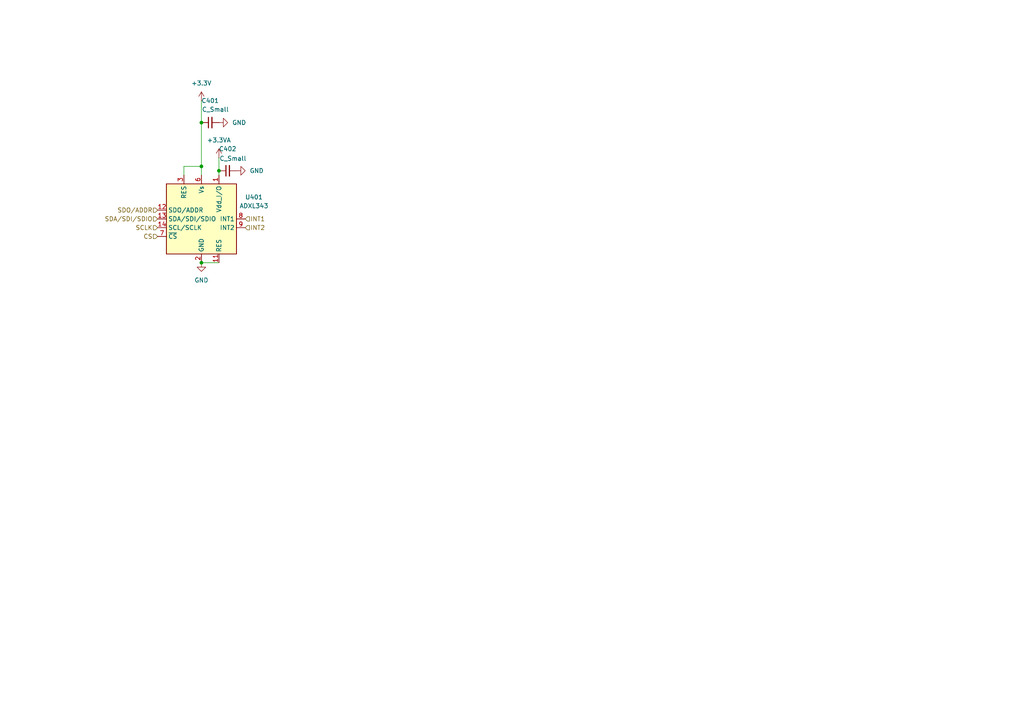
<source format=kicad_sch>
(kicad_sch (version 20231120) (generator "eeschema") (generator_version "8.0")
  (paper "A4")
  (lib_symbols
    (symbol "Device:C_Small" (pin_numbers hide) (pin_names (offset 0.254) hide)
      (property "Reference" "C" (at 0.254 1.778 0))
      (property "Value" "C_Small" (at 0.254 -2.032 0))
      (symbol "C_Small_0_1"
        (polyline (pts (xy -1.524 -0.508) (xy 1.524 -0.508)) (stroke (width 0.3302)))
        (polyline (pts (xy -1.524 0.508) (xy 1.524 0.508)) (stroke (width 0.3048)))
      )
      (symbol "C_Small_1_1"
        (pin passive line (at 0 2.54 270) (length 2.032) (name "~") (number "1"))
        (pin passive line (at 0 -2.54 90) (length 2.032) (name "~") (number "2"))
      )
    )
    (symbol "Sensor_Motion:ADXL343"
      (property "Reference" "U" (at -8.89 11.43 0))
      (property "Value" "ADXL343" (at -7.62 -11.43 0))
      (symbol "ADXL343_0_1"
        (rectangle (start -10.16 10.16) (end 10.16 -10.16) (stroke (width 0.254)) (fill (type background)))
      )
      (symbol "ADXL343_1_1"
        (pin power_in line (at 5.08 12.7 270) (length 2.54) (name "Vdd_I/O") (number "1"))
        (pin no_connect line (at -5.08 -10.16 90) (length 2.54) hide (name "NC") (number "10"))
        (pin passive line (at 5.08 -12.7 90) (length 2.54) (name "RES") (number "11"))
        (pin bidirectional line (at -12.7 2.54 0) (length 2.54) (name "SDO/ADDR") (number "12"))
        (pin bidirectional line (at -12.7 0 0) (length 2.54) (name "SDA/SDI/SDIO") (number "13"))
        (pin input line (at -12.7 -2.54 0) (length 2.54) (name "SCL/SCLK") (number "14"))
        (pin power_in line (at 0 -12.7 90) (length 2.54) (name "GND") (number "2"))
        (pin passive line (at -5.08 12.7 270) (length 2.54) (name "RES") (number "3"))
        (pin passive line (at 0 -12.7 90) (length 2.54) hide (name "GND") (number "4"))
        (pin passive line (at 0 -12.7 90) (length 2.54) hide (name "GND") (number "5"))
        (pin power_in line (at 0 12.7 270) (length 2.54) (name "Vs") (number "6"))
        (pin input line (at -12.7 -5.08 0) (length 2.54) (name "~{CS}") (number "7"))
        (pin output line (at 12.7 0 180) (length 2.54) (name "INT1") (number "8"))
        (pin output line (at 12.7 -2.54 180) (length 2.54) (name "INT2") (number "9"))
      )
    )
    (symbol "power:+3.3V" (power) (pin_numbers hide) (pin_names (offset 0) hide)
      (property "Value" "+3.3V" (at 0 3.556 0))
      (symbol "+3.3V_0_1"
        (polyline (pts (xy -0.762 1.27) (xy 0 2.54)))
        (polyline (pts (xy 0 0) (xy 0 2.54)))
        (polyline (pts (xy 0 2.54) (xy 0.762 1.27)))
      )
      (symbol "+3.3V_1_1"
        (pin power_in line (at 0 0 90) (length 0) (name "~") (number "1"))
      )
    )
    (symbol "power:+3.3VA" (power) (pin_numbers hide) (pin_names (offset 0) hide)
      (property "Value" "+3.3VA" (at 0 3.556 0))
      (symbol "+3.3VA_0_1"
        (polyline (pts (xy -0.762 1.27) (xy 0 2.54)))
        (polyline (pts (xy 0 0) (xy 0 2.54)))
        (polyline (pts (xy 0 2.54) (xy 0.762 1.27)))
      )
      (symbol "+3.3VA_1_1"
        (pin power_in line (at 0 0 90) (length 0) (name "~") (number "1"))
      )
    )
    (symbol "power:GND" (power) (pin_numbers hide) (pin_names (offset 0) hide)
      (property "Value" "GND" (at 0 -3.81 0))
      (symbol "GND_0_1"
        (polyline (pts (xy 0 0) (xy 0 -1.27) (xy 1.27 -1.27) (xy 0 -2.54) (xy -1.27 -1.27) (xy 0 -1.27)))
      )
      (symbol "GND_1_1"
        (pin power_in line (at 0 0 270) (length 0) (name "~") (number "1"))
      )
    )
  )
  (junction (at 58.42 35.56))
  (junction (at 58.42 48.26))
  (junction (at 58.42 76.2))
  (junction (at 63.5 49.53))
  (wire (pts (xy 58.42 29.21) (xy 58.42 35.56)))
  (wire (pts (xy 58.42 48.26) (xy 58.42 50.8)))
  (wire (pts (xy 58.42 35.56) (xy 58.42 48.26)))
  (wire (pts (xy 63.5 49.53) (xy 63.5 50.8)))
  (wire (pts (xy 63.5 45.72) (xy 63.5 49.53)))
  (wire (pts (xy 53.34 48.26) (xy 58.42 48.26)))
  (wire (pts (xy 53.34 50.8) (xy 53.34 48.26)))
  (wire (pts (xy 58.42 76.2) (xy 63.5 76.2)))
  (hierarchical_label "SDO{slash}ADDR" (shape input) (at 45.72 60.96 180))
  (hierarchical_label "INT1" (shape input) (at 71.12 63.5 0))
  (hierarchical_label "CS" (shape input) (at 45.72 68.58 180))
  (hierarchical_label "INT2" (shape input) (at 71.12 66.04 0))
  (hierarchical_label "SDA{slash}SDI{slash}SDIO" (shape input) (at 45.72 63.5 180))
  (hierarchical_label "SCLK" (shape input) (at 45.72 66.04 180))
  (symbol (lib_id "Sensor_Motion:ADXL343") (at 58.42 63.5 0) (unit 1)
    (property "Reference" "U401" (at 73.66 57.1814 0))
    (property "Value" "ADXL343" (at 73.66 59.7214 0))
    (property "Footprint" "Package_LGA:LGA-14_3x5mm_P0.8mm_LayoutBorder1x6y" (effects (hide yes)))
    (property "Datasheet" "https://www.analog.com/media/en/technical-documentation/data-sheets/ADXL343.pdf" (effects (hide yes)))
    (property "Description" "3-Axis MEMS Accelerometer, 2/4/8/16g range, I2C/SPI, LGA-14" (effects (hide yes)))
  )
  (symbol (lib_id "Device:C_Small") (at 60.96 35.56 90) (unit 1)
    (property "Reference" "C401" (at 60.9663 29.21 90))
    (property "Value" "C_Small" (at 62.484 31.75 90))
    (property "Description" "Unpolarized capacitor, small symbol" (effects (hide yes)))
  )
  (symbol (lib_id "power:GND") (at 58.42 76.2 0) (unit 1)
    (property "Reference" "#PWR0401" (effects (hide yes)))
    (property "Value" "GND" (at 58.42 81.28 0))
    (property "Description" "Power symbol creates a global label with name \"GND\" , ground" (effects (hide yes)))
  )
  (symbol (lib_id "Device:C_Small") (at 66.04 49.53 90) (unit 1)
    (property "Reference" "C402" (at 66.0463 43.18 90))
    (property "Value" "C_Small" (at 67.564 45.974 90))
    (property "Description" "Unpolarized capacitor, small symbol" (effects (hide yes)))
  )
  (symbol (lib_id "power:GND") (at 68.58 49.53 90) (unit 1)
    (property "Reference" "#PWR0405" (effects (hide yes)))
    (property "Value" "GND" (at 72.39 49.5299 90) (effects (justify right)))
    (property "Description" "Power symbol creates a global label with name \"GND\" , ground" (effects (hide yes)))
  )
  (symbol (lib_id "power:+3.3V") (at 58.42 29.21 0) (unit 1)
    (property "Reference" "#PWR0402" (effects (hide yes)))
    (property "Value" "+3.3V" (at 58.42 24.13 0))
    (property "Description" "Power symbol creates a global label with name \"+3.3V\"" (effects (hide yes)))
  )
  (symbol (lib_id "power:+3.3VA") (at 63.5 45.72 0) (unit 1)
    (property "Reference" "#PWR0403" (effects (hide yes)))
    (property "Value" "+3.3VA" (at 63.5 40.64 0))
    (property "Description" "Power symbol creates a global label with name \"+3.3VA\"" (effects (hide yes)))
  )
  (symbol (lib_id "power:GND") (at 63.5 35.56 90) (unit 1)
    (property "Reference" "#PWR0404" (effects (hide yes)))
    (property "Value" "GND" (at 67.31 35.5599 90) (effects (justify right)))
    (property "Description" "Power symbol creates a global label with name \"GND\" , ground" (effects (hide yes)))
  )
)
</source>
